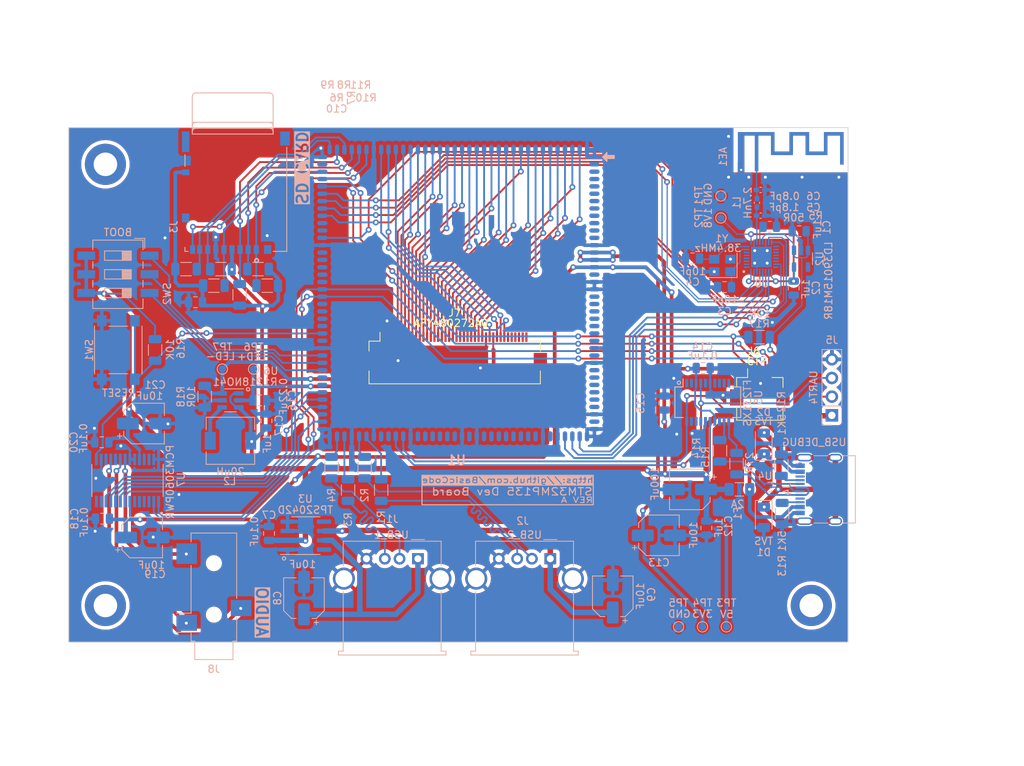
<source format=kicad_pcb>
(kicad_pcb (version 20221018) (generator pcbnew)

  (general
    (thickness 1.6)
  )

  (paper "A4")
  (title_block
    (title "STM32MP135 Dev Boart")
    (rev "A")
  )

  (layers
    (0 "F.Cu" signal)
    (31 "B.Cu" signal)
    (32 "B.Adhes" user "B.Adhesive")
    (33 "F.Adhes" user "F.Adhesive")
    (34 "B.Paste" user)
    (35 "F.Paste" user)
    (36 "B.SilkS" user "B.Silkscreen")
    (37 "F.SilkS" user "F.Silkscreen")
    (38 "B.Mask" user)
    (39 "F.Mask" user)
    (40 "Dwgs.User" user "User.Drawings")
    (41 "Cmts.User" user "User.Comments")
    (42 "Eco1.User" user "User.Eco1")
    (43 "Eco2.User" user "User.Eco2")
    (44 "Edge.Cuts" user)
    (45 "Margin" user)
    (46 "B.CrtYd" user "B.Courtyard")
    (47 "F.CrtYd" user "F.Courtyard")
    (48 "B.Fab" user)
    (49 "F.Fab" user)
    (50 "User.1" user)
    (51 "User.2" user)
    (52 "User.3" user)
    (53 "User.4" user)
    (54 "User.5" user)
    (55 "User.6" user)
    (56 "User.7" user)
    (57 "User.8" user)
    (58 "User.9" user)
  )

  (setup
    (pad_to_mask_clearance 0)
    (pcbplotparams
      (layerselection 0x00010fc_ffffffff)
      (plot_on_all_layers_selection 0x0000000_00000000)
      (disableapertmacros false)
      (usegerberextensions false)
      (usegerberattributes true)
      (usegerberadvancedattributes true)
      (creategerberjobfile true)
      (dashed_line_dash_ratio 12.000000)
      (dashed_line_gap_ratio 3.000000)
      (svgprecision 4)
      (plotframeref false)
      (viasonmask false)
      (mode 1)
      (useauxorigin false)
      (hpglpennumber 1)
      (hpglpenspeed 20)
      (hpglpendiameter 15.000000)
      (dxfpolygonmode true)
      (dxfimperialunits true)
      (dxfusepcbnewfont true)
      (psnegative false)
      (psa4output false)
      (plotreference true)
      (plotvalue true)
      (plotinvisibletext false)
      (sketchpadsonfab false)
      (subtractmaskfromsilk false)
      (outputformat 1)
      (mirror false)
      (drillshape 1)
      (scaleselection 1)
      (outputdirectory "")
    )
  )

  (net 0 "")
  (net 1 "Net-(AE1-Pad1)")
  (net 2 "GND")
  (net 3 "Net-(U8-XTAL_I)")
  (net 4 "Net-(U8-XTAL_O)")
  (net 5 "+3V3")
  (net 6 "+1V8")
  (net 7 "+5V")
  (net 8 "Net-(J1-VBUS)")
  (net 9 "Net-(J2-VBUS)")
  (net 10 "Vdrive")
  (net 11 "Net-(U8-RF_1)")
  (net 12 "Earth")
  (net 13 "Net-(D2-A1)")
  (net 14 "Net-(U8-RF_2)")
  (net 15 "unconnected-(U8-GPIO{slash}FEM_1-Pad1)")
  (net 16 "unconnected-(U8-GPIO{slash}FEM_2-Pad2)")
  (net 17 "unconnected-(U8-GPIO{slash}FEM_3-Pad3)")
  (net 18 "unconnected-(U8-GPIO{slash}FEM_4-Pad4)")
  (net 19 "unconnected-(U8-GPIO{slash}FEM_PDET-Pad5)")
  (net 20 "unconnected-(U8-RESERVE_2-Pad6)")
  (net 21 "WIFI_RST")
  (net 22 "WIFI_UP")
  (net 23 "unconnected-(U8-GPIO{slash}FEM_5-Pad17)")
  (net 24 "unconnected-(U8-GPIO{slash}FEM_6-Pad18)")
  (net 25 "unconnected-(U8-GPIO{slash}PTA_TX_CONF-Pad19)")
  (net 26 "unconnected-(U8-GPIO{slash}PTA_RF_ACT-Pad20)")
  (net 27 "unconnected-(U8-GPIO{slash}PTA_STATUS-Pad21)")
  (net 28 "unconnected-(U8-GPIO{slash}PTA_FREQ-Pad22)")
  (net 29 "LP_CLK")
  (net 30 "unconnected-(U8-GPIO{slash}WIRQ-Pad24)")
  (net 31 "SPI5_MOSI")
  (net 32 "SPI5_MISO")
  (net 33 "WIFI_IRQ")
  (net 34 "WIFI_CS")
  (net 35 "USB1_N")
  (net 36 "USB1_P")
  (net 37 "USB2_N")
  (net 38 "USB2_P")
  (net 39 "MMC1_D2")
  (net 40 "MMC1_D3")
  (net 41 "MMC1_CMD")
  (net 42 "MMC1_CK")
  (net 43 "MMC1_D0")
  (net 44 "MMC1_D1")
  (net 45 "unconnected-(J3-SHIELD-PadP1)")
  (net 46 "MMC1_DETECT")
  (net 47 "Net-(J4-CC1)")
  (net 48 "/Debug/USB_P")
  (net 49 "/Debug/USB_N")
  (net 50 "unconnected-(J4-SBU1-PadA8)")
  (net 51 "Net-(J4-CC2)")
  (net 52 "unconnected-(J4-SBU2-PadB8)")
  (net 53 "UART4_RX")
  (net 54 "UART4_TX")
  (net 55 "CTP_RESET")
  (net 56 "CTP_INT")
  (net 57 "I2C1_SCL")
  (net 58 "I2C1_SDA")
  (net 59 "LCD_R0")
  (net 60 "LCD_R1")
  (net 61 "LCD_R2")
  (net 62 "LCD_R3")
  (net 63 "LCD_R4")
  (net 64 "LCD_R5")
  (net 65 "LCD_R6")
  (net 66 "LCD_R7")
  (net 67 "LCD_G0")
  (net 68 "LCD_G1")
  (net 69 "LCD_G2")
  (net 70 "LCD_G3")
  (net 71 "LCD_G4")
  (net 72 "LCD_G5")
  (net 73 "LCD_G6")
  (net 74 "LCD_G7")
  (net 75 "LCD_B0")
  (net 76 "LCD_B1")
  (net 77 "LCD_B2")
  (net 78 "LCD_B3")
  (net 79 "LCD_B4")
  (net 80 "LCD_B5")
  (net 81 "LCD_B6")
  (net 82 "LCD_B7")
  (net 83 "LCD_CLK")
  (net 84 "LCD_H_SYNC")
  (net 85 "LCD_V_SYNC")
  (net 86 "LCD_DATA_EN")
  (net 87 "Net-(U7-VOUTR+)")
  (net 88 "Net-(U7-VOUTL+)")
  (net 89 "/Audio/VCOM")
  (net 90 "Net-(U6-Pin_4)")
  (net 91 "Net-(U5-USBDM)")
  (net 92 "Net-(U5-USBDP)")
  (net 93 "NRST")
  (net 94 "BOOT0")
  (net 95 "BOOT1")
  (net 96 "BOOT2")
  (net 97 "SPI5_SCK")
  (net 98 "UART5_RX")
  (net 99 "UART5_TX")
  (net 100 "SAI1_MCLK_B")
  (net 101 "SAI1_SD_B")
  (net 102 "SAI1_SCK_B")
  (net 103 "SAI1_FS_B")
  (net 104 "SWCLK")
  (net 105 "SWDIO")
  (net 106 "unconnected-(U3-~{OC2}-Pad5)")
  (net 107 "unconnected-(U3-~{OC1}-Pad8)")
  (net 108 "unconnected-(U5-~{DTR}-Pad1)")
  (net 109 "unconnected-(U5-~{RTS}-Pad2)")
  (net 110 "unconnected-(U5-~{RI}-Pad5)")
  (net 111 "unconnected-(U5-~{DSR}-Pad7)")
  (net 112 "unconnected-(U5-~{DCD}-Pad8)")
  (net 113 "unconnected-(U5-~{CTS}-Pad9)")
  (net 114 "unconnected-(U5-CBUS2-Pad10)")
  (net 115 "unconnected-(U5-3V3OUT-Pad13)")
  (net 116 "unconnected-(U5-CBUS1-Pad17)")
  (net 117 "unconnected-(U5-CBUS0-Pad18)")
  (net 118 "unconnected-(U5-CBUS3-Pad19)")
  (net 119 "unconnected-(U7-DOUT-Pad3)")
  (net 120 "unconnected-(U7-LRCK1-Pad4)")
  (net 121 "unconnected-(U7-BCK1-Pad5)")
  (net 122 "unconnected-(U7-SCKI1-Pad6)")
  (net 123 "unconnected-(U7-ZEROR-Pad13)")
  (net 124 "unconnected-(U7-ZEROL-Pad14)")
  (net 125 "unconnected-(U7-VOUTR--Pad17)")
  (net 126 "unconnected-(U7-VOUTL--Pad19)")
  (net 127 "unconnected-(U7-VINL-Pad25)")
  (net 128 "unconnected-(U7-VINR-Pad26)")
  (net 129 "Net-(J7-Pin_1)")
  (net 130 "unconnected-(J7-Pin_35-Pad35)")
  (net 131 "unconnected-(J7-Pin_36-Pad36)")
  (net 132 "unconnected-(J7-Pin_37-Pad37)")
  (net 133 "unconnected-(J7-Pin_38-Pad38)")
  (net 134 "unconnected-(J7-Pin_39-Pad39)")
  (net 135 "unconnected-(J7-Pin_40-Pad40)")
  (net 136 "Net-(U1-USB_D2_P)")
  (net 137 "Net-(U1-USB_D2_N)")
  (net 138 "Net-(U1-USB_D1_P)")
  (net 139 "Net-(U1-USB_D1_N)")
  (net 140 "unconnected-(U1-NC-Pad111)")
  (net 141 "unconnected-(U1-PI2-Pad103)")
  (net 142 "unconnected-(U1-PI3-Pad102)")
  (net 143 "unconnected-(U1-PH5-Pad99)")
  (net 144 "unconnected-(U1-PH4-Pad98)")
  (net 145 "unconnected-(U1-PI7-Pad97)")
  (net 146 "unconnected-(U1-FDCAN2_RX-Pad96)")
  (net 147 "unconnected-(U1-FDCAN2_TX-Pad95)")
  (net 148 "unconnected-(U1-ADC1_INP2-Pad92)")
  (net 149 "unconnected-(U1-ADC1_INP8-Pad91)")
  (net 150 "unconnected-(U1-PWM1-Pad90)")
  (net 151 "unconnected-(U1-PWM2-Pad89)")
  (net 152 "unconnected-(U1-PI1-Pad87)")
  (net 153 "unconnected-(U1-I2S1_SDI-Pad77)")
  (net 154 "unconnected-(U1-NC-Pad62)")
  (net 155 "unconnected-(U1-ETH1_TXD3-Pad61)")
  (net 156 "unconnected-(U1-ETH1_TXCTL-Pad60)")
  (net 157 "unconnected-(U1-ETH1_TXD0-Pad59)")
  (net 158 "unconnected-(U1-ETH1_TXD2-Pad58)")
  (net 159 "unconnected-(U1-ETH1_TXD1-Pad57)")
  (net 160 "unconnected-(U1-ETH1_TXC-Pad55)")
  (net 161 "unconnected-(U1-ETH1_RXD0-Pad53)")
  (net 162 "unconnected-(U1-ETH1_RXCTL-Pad52)")
  (net 163 "unconnected-(U1-ETH1_RXD3-Pad51)")
  (net 164 "unconnected-(U1-ETH1_RXD1-Pad50)")
  (net 165 "unconnected-(U1-ETH1_RXD2-Pad49)")
  (net 166 "unconnected-(U1-ETH1_RXC-Pad48)")
  (net 167 "unconnected-(U1-ETH1_MDIO-Pad47)")
  (net 168 "unconnected-(U1-ETH1_MDC-Pad46)")
  (net 169 "unconnected-(U1-ETH1_CLK125-Pad44)")
  (net 170 "unconnected-(U1-ETH2_CLK125-Pad37)")
  (net 171 "unconnected-(U1-ETH2_RXD1-Pad35)")
  (net 172 "unconnected-(U1-ETH2_RXD0-Pad34)")
  (net 173 "unconnected-(U1-ETH2_RXD3-Pad33)")
  (net 174 "unconnected-(U1-ETH2_RXD2-Pad32)")
  (net 175 "unconnected-(U1-ETH2_RXC-Pad31)")
  (net 176 "unconnected-(U1-ETH2_RXCTL-Pad30)")
  (net 177 "unconnected-(U1-ETH2_TXC-Pad28)")
  (net 178 "unconnected-(U1-ETH2_TXD0-Pad26)")
  (net 179 "unconnected-(U1-ETH2_TXD1-Pad25)")
  (net 180 "unconnected-(U1-ETH2_TXD2-Pad24)")
  (net 181 "unconnected-(U1-ETH2_TXD3-Pad23)")
  (net 182 "unconnected-(U1-ETH2_TXCTL-Pad22)")
  (net 183 "unconnected-(U1-ETH2_MDC-Pad21)")
  (net 184 "unconnected-(U1-ETH2_MDIO-Pad20)")
  (net 185 "unconnected-(U1-VBAT-Pad17)")
  (net 186 "unconnected-(U1-DCMIPP_HS-Pad12)")
  (net 187 "unconnected-(U1-DCMIPP_VS-Pad11)")
  (net 188 "unconnected-(U1-DCMIPP_PIXCLK-Pad10)")
  (net 189 "unconnected-(U1-DCMIPP_D3-Pad9)")
  (net 190 "unconnected-(U1-DCMIPP_D6-Pad8)")
  (net 191 "unconnected-(U1-DCMIPP_D2-Pad7)")
  (net 192 "unconnected-(U1-DCMIPP_D7-Pad6)")
  (net 193 "unconnected-(U1-DCMIPP_D5-Pad5)")
  (net 194 "unconnected-(U1-DCMIPP_D1-Pad4)")
  (net 195 "unconnected-(U1-DCMIPP_D4-Pad3)")
  (net 196 "unconnected-(U1-DCMIPP_D0-Pad2)")
  (net 197 "unconnected-(U2-NC-Pad4)")

  (footprint "MountingHole:MountingHole_3.2mm_M3_DIN965_Pad" (layer "F.Cu") (at 25 85))

  (footprint "MountingHole:MountingHole_3.2mm_M3_DIN965_Pad" (layer "F.Cu") (at 121 85))

  (footprint "Connector_FFC-FPC:Hirose_FH12-40S-0.5SH_1x40-1MP_P0.50mm_Horizontal" (layer "F.Cu") (at 72.5 50.35))

  (footprint "MountingHole:MountingHole_3.2mm_M3_DIN965_Pad" (layer "F.Cu") (at 25 25))

  (footprint "Connector_FFC-FPC:Hirose_FH12-6S-0.5SH_1x06-1MP_P0.50mm_Horizontal" (layer "F.Cu") (at 114 55.3))

  (footprint "Connector_USB:USB_C_Receptacle_G-Switch_GT-USB-7010ASV" (layer "B.Cu") (at 123.205 69.21 -90))

  (footprint "Resistor_SMD:R_1206_3216Metric" (layer "B.Cu") (at 108.5875 63.96 90))

  (footprint "TestPoint:TestPoint_Pad_D1.0mm" (layer "B.Cu") (at 102.95 87.9 180))

  (footprint "Connector_USB:USB_A_Molex_67643_Horizontal" (layer "B.Cu") (at 85.5 78.64 180))

  (footprint "Capacitor_SMD:C_0805_2012Metric" (layer "B.Cu") (at 101.03 57.46 90))

  (footprint "Capacitor_SMD:C_0402_1005Metric_Pad0.74x0.62mm_HandSolder" (layer "B.Cu") (at 114.11 28.4825))

  (footprint "Resistor_SMD:R_1206_3216Metric" (layer "B.Cu") (at 43.25 42.75 90))

  (footprint "Capacitor_SMD:CP_Elec_5x5.3" (layer "B.Cu") (at 94 83.75 90))

  (footprint "Capacitor_SMD:C_0805_2012Metric" (layer "B.Cu") (at 24.6 73.2 180))

  (footprint "Inductor_SMD:L_0402_1005Metric_Pad0.77x0.64mm_HandSolder" (layer "B.Cu") (at 113.61 30.2325 90))

  (footprint "TestPoint:TestPoint_Pad_D1.0mm" (layer "B.Cu") (at 106.2 87.9 180))

  (footprint "TestPoint:TestPoint_Pad_D1.0mm" (layer "B.Cu") (at 109.45 87.9 180))

  (footprint "Resistor_SMD:R_1206_3216Metric" (layer "B.Cu") (at 47 41.5 180))

  (footprint "Button_Switch_SMD:SW_DIP_SPSTx03_Slide_6.7x9.18mm_W8.61mm_P2.54mm_LowProfile" (layer "B.Cu") (at 26.695 39.96 180))

  (footprint "Resistor_SMD:R_1206_3216Metric" (layer "B.Cu") (at 60.25 66.25 -90))

  (footprint "Capacitor_SMD:C_0805_2012Metric" (layer "B.Cu") (at 104.85 37.8))

  (footprint "Connector_USB:USB_A_Molex_67643_Horizontal" (layer "B.Cu") (at 67.5 78.64 180))

  (footprint "Resistor_SMD:R_1206_3216Metric" (layer "B.Cu") (at 40.7125 39.25 180))

  (footprint "Capacitor_SMD:C_0805_2012Metric" (layer "B.Cu") (at 46 57.1))

  (footprint "STM32MP135_Dev_Board:HRS_DM3AT-SF-PEJM5" (layer "B.Cu") (at 42.3125 36.5875))

  (footprint "Resistor_SMD:R_1206_3216Metric" (layer "B.Cu") (at 113.9 48.5 180))

  (footprint "Capacitor_SMD:C_0805_2012Metric" (layer "B.Cu") (at 106.73 74.46 -90))

  (footprint "Resistor_SMD:R_1206_3216Metric" (layer "B.Cu") (at 116.93 65.91 90))

  (footprint "Capacitor_SMD:C_0805_2012Metric" (layer "B.Cu") (at 109.2 41.7 180))

  (footprint "Capacitor_SMD:C_0805_2012Metric" (layer "B.Cu") (at 47.25 75.2 90))

  (footprint "Fuse:Fuse_1206_3216Metric" (layer "B.Cu") (at 111.23 69.21 180))

  (footprint "Capacitor_SMD:C_0805_2012Metric" (layer "B.Cu") (at 24.5 62.8 180))

  (footprint "TestPoint:TestPoint_Pad_D1.0mm" (layer "B.Cu") (at 45.15 52.85 180))

  (footprint "Resistor_SMD:R_1206_3216Metric" (layer "B.Cu") (at 45.75 39.25 180))

  (footprint "Inductor_SMD:L_6.3x6.3_H3" (layer "B.Cu") (at 42 62.6 180))

  (footprint "Resistor_SMD:R_0805_2012Metric" (layer "B.Cu") (at 115.35 33.5))

  (footprint "Capacitor_SMD:CP_Elec_5x5.3" (layer "B.Cu") (at 30 75.75))

  (footprint "Capacitor_SMD:C_0402_1005Metric_Pad0.74x0.62mm_HandSolder" (layer "B.Cu") (at 114.11 31.9825))

  (footprint "Package_SO:SSOP-20_3.9x8.7mm_P0.635mm" (layer "B.Cu")
    (tstamp 68a7b956-31ff-47b2-be3c-09a145c93ca1)
    (at 106.9225 57.36 -90)
    (descr "SSOP20: plastic shrink small outline package; 24 leads; body width 3.9 mm; lead pitch 0.635; (see http://www.ftdichip.com/Support/Documents/DataSheets/ICs/DS_FT231X.pdf)")
    (tags "SSOP 0.635")
    (property "Sheetfile" "debug.kicad_sch")
    (property "Sheetname" "Debug")
    (property "ki_description" "Full Speed USB to Full Handshake UART, SSOP-20")
    (property "ki_keywords" "FTDI USB UART interface converter")
    (path "/920c48a3-1cc1-4cf1-a3f1-9e0fcbf1330a/0fff9102-6fc7-4c42-bd46-d64064674a38")
    (attr smd)
    (fp_text reference "U5" (at -0.65 -6.8925 90) (layer "B.SilkS")
        (effects (font (size 1 1) (thickness 0.15)) (justify mirror))
      (tstamp be792411-ba67-4c65-9f26-e20be68cb141)
    )
    (fp_text value "FT231XS" (at 0.1 -5.3925 90) (layer "B.SilkS")
        (effects (font (size 1 1) (thickness 0.15)) (justify mirror))
      (tstamp 80ef9e9a-43e3-4a5a-b399-3bfe87c0a210)
    )
    (fp_text user "${REFERENCE}" (at 0 0 90) (layer "B.Fab")
        (effects (font (size 0.8 0.8) (thickness 0.15)) (justify mirror))
      (tstamp 40b07bb7-ab64-4ed4-9adb-927f4db9b824)
    )
    (fp_line (start -2.075 -4.475) (end -2.075 -3.365)
      (stroke (width 0.15) (type solid)) (layer "B.SilkS") (tstamp ea22032e-a165-43ca-aa23-308ef94c69d9))
    (fp_line (start -2.075 -4.475) (end 2.075 -4.475)
      (stroke (width 0.15) (type solid)) (layer "B.SilkS") (tstamp a49139bf-02b4-4180-b6c8-9b7085911912))
    (fp_line (start -2.075 3.365) (end -3.2 3.365)
      (stroke (width 0.15) (type solid)) (layer "B.SilkS") (tstamp c9352197-79f5-4bbd-8e3f-100e5d45cd4d))
    (fp_line (start -2.075 3.365) (end -2.075 4.475)
      (stroke (width 0.15) (type solid)) (layer "B.SilkS") (tstamp 3b0142b1-cc42-47ac-952e-30e0fb91591e))
    (fp_line (start -2.075 4.475) (end 2.075 4.475)
      (stroke (width 0.15) (type solid)) (layer "B.SilkS") (tstamp 90587fba-68e7-4b47-a097-e8e391da9728))
    (fp_line (start 2.075 -4.475) (end 2.075 -3.365)
      (stroke (width 0.15) (type solid)) (layer "B.SilkS") (tstamp 31d2181e-a17f-44c7-aeb9-74bc4d542337))
    (fp_line (start 2.075 4.475) (end 2.075 3.365)
      (stroke (width 0.15) (type solid)) (layer "B.SilkS") (tstamp d42d16e5-e25a-4a12-8d5b-68f2fecfd546))
    (fp_line (start -3.45 -4.65) (end 3.45 -4.65)
      (stroke (width 0.05) (type solid)) (layer "B.CrtYd") (tstamp f7d05b00-bbd9-42b2-88a1-73b8518c63fd))
    (fp_line (start -3.45 4.65) (end -3.45 -4.65)
      (stroke (width 0.05) (type solid)) (layer "B.CrtYd") (tstamp bd738afe-9f70-4397-8d44-23ee80b3ae8f))
    (fp_line (start -3.45 4.65) (end 3.45 4.65)
      (stroke (width 0.05) (type solid)) (layer "B.CrtYd") (tstamp 32f83edb-46a4-4ca3-8d56-6f199093dcdb))
    (fp_line (start 3.45 4.65) (end 3.45 -4.65)
      (stroke (width 0.05) (type solid)) (layer "B.CrtYd") (tstamp 69bedc47-f4e7-4cc6-934a-8c506d45135f))
    (fp_line (start -1.95 -4.35) (end -1.95 3.35)
      (stroke (width 0.15) (type solid)) (layer "B.Fab") (tstamp 7a163205-963a-428f-97ce-bf7a7c303153))
    (fp_line (start -1.95 3.35) (end -0.95 4.35)
      (stroke (width 0.15) (type solid)) (layer "B.Fab") (tstamp 6bf3b39d-c8ca-40eb-87b9-588a7d0f6e22))
    (fp_line (start -0.95 4.35) (end 1.95 4.35)
      (stroke (width 0.15) (type solid)) (layer "B.Fab") (tstamp 94f75758-7fab-473f-a9ba-764a910d9ec9))
    (fp_line (start 1.95 -4.35) (end -1.95 -4.35)
      (stroke (width 0.15) (type solid)) (layer "B.Fab") (tstamp 2bdf2144-1b9d-4bf7-92c7-e452c43cae0e))
    (fp_line (start 1.95 4.35) (end 1.95 -4.35)
      (stroke (width 0.15) (type solid)) (layer "B.Fab") (tstamp 3a9b8cb2-b031-4dc9-add5-6ccd77beaba3))
    (pad "1" smd rect (at -2.6 2.8575 270) (size 1.2 0.4) (layers "B.Cu" "B.Paste" "B.Mask")
      (net 108 "unconnected-(U5-~{DTR}-Pad1)") (pinfunction "~{DTR}") (pintype "output+no_connect") (tstamp dadf7be5-2287-4c1a-b089-56796ea1bd84))
    (pad "2" smd rect (at -2.6 2.2225 270) (size 1.2 0.4) (layers "B.Cu" "B.Paste" "B.Mask")
      (net 109 "unconnected-(U5-~{RTS}-Pad2)") (pinfunction "~{RTS}") (pintype "output+no_connect") (tstamp 3be004e4-5603-4e27-a71b-409b0c41ad79))
    (pad "3" smd rect (at -2.6 1.5875 270) (size 1.2 0.4) (layers "B.Cu" "B.Paste" "B.Mask")
      (net 5 "+3V3") (pinfunction "VCCIO") (pintype "power_in") (tstamp 099a76ca-96d6-4d9b-9533-05738b7cae8e))
    (pad "4" smd rect (at -2.6 0.9525 270) (size 1.2 0.4) (layers "B.Cu" "B.Paste" "B.Mask")
      (net 54 "UART4_TX") (pinfunction "RXD") (pintype "input") (tstamp 17f2d7e0-324e-4051-961a-62e194d263ca))
    (pad "5" smd rect (at -2.6 0.3175 270) (size 1.2 0.4) (layers "B.Cu" "B.Paste" "B.Mask")
      (net 110 "unconnected-(U5-~{RI}-Pad5)") (pinfunction "~{RI}") (pintype "input+no_connect") (tstamp 038b3a7a-88c3-414c-9f40-9f2096a7d156))
    (pad "6" smd rect (at -2.6 -0.3175 270) (size 1.2 0.4) (layers "B.Cu" "B.Paste" "B.Mask")
      (net 2 "GND") (pinfunction "GND") (pintype "power_in") (tstamp 7ea01a95-54d6-4c8e-8a8b-138e35249bf3))
    (pad "7" smd rect (at -2.6 -0.9525 270) (size 1.2 0.4) (layers "B.Cu" "B.Paste" "B.Mask")
      (net 111 "unconnected-(U5-~{DSR}-Pad7)") (pinfunction "~{DSR}") (pintype "input+no_connect") (tstamp a261c691-e807-4472-975c-3bbfde6d63ad))
    (pad "8" smd rect (at -2.6 -1.5875 270) (size 1.2 0.4) (layers "B.Cu" "B.Paste" "B.Mask")
      (net 112 "unconnected-(U5-~{DCD}-Pad8)") (pinfunction "~{DCD}") (pintype "input+no_connect") (tstamp b22fa52e-0a2c-4f24-9fac-6375efbedf4d))
    (pad "9" smd rect (at -2.6 -2.2225 270) (size 1.2 0.4) (layers "B.Cu" "B.Paste" "B.Mask")
      (net 113 "unconnected-(U5-~{CTS}-Pad9)") (pinfunction "~{CTS}") (pintype "input+no_connect") (tstamp fb42c30d-9378-4427-9a6c-b303c79d6185))
    (pad "10" smd rect (at -2.6 -2.8575 270) (size 1.2 0.4) (layers "B.Cu" "B.Paste" "B.Mask")
      (net 114 "unconnected-(U5-CBUS2-Pad10)") (pinfunction "CBUS2") (pintype "bidirectional+no_connect") (tstamp 281339c9-6fb0-49c5-b530-c096bb479e06))
    (pad "11" smd rect (at 2.6 -2.8575 270) (size 1.2 0.4) (layers "B.Cu" "B.Paste" "B.Mask")
      (net 92 "Net-(U5-USBDP)") (pinfunction "USBDP") (pintype "bidirectional") (tstamp a85780a7-d30e-4722-b56e-4196b96f6e9f))
    (pad "12" smd rect (at 2.6 -2.2225 270) (size 1.2 0.4) (layers "B.Cu" "B.Paste" "B.Mask")
      (net 91 "Net-(U5-USBDM)") (pinfunction "USBDM") (pintype "bidirectional") (tstamp ab37b5d1-044a-4317-b6ca-4fa175fecdb1))
    (pad "13" smd rect (at 2.6 -1.5875 270) (size 1.2 0.4) (layers "B.Cu" "B.Paste" "B.Mask")
      (net 115 "unconnected-(U5-3V3OUT-Pad13)") (pinfunction "3V3OUT") (pintype "power_out+no_connect") (tstamp d8447c90-b694-4cca-9df3-2be78d414418))
    (pad "14" smd rect (at 2.6 -0.9525 270) (size 1.2 0.4) (layers "B.Cu" "B.Paste" "B.Mask")
      (net 5 "+3V3") (pinfunction "~{RESET}") (pintype "input") (tstamp c61e9add-ccb9-4c30-83ce-a8d9f7def11d))
    (pad "15" smd rect (at 2.6 -0.3175 270) (size 1.2 0.4) (layers "B.Cu" "B.Paste" "B.Mask")
      (net 7 "+5V") (pinfunction "VCC") (pintype "power_in") (tstamp bce65a12-a8e5-48cf-ba44-d9a134ed4f36))
    (pad "16" smd rect (at 2.6 0.3175 270) (size 1.2 0.4) (layers "B.Cu" "B.Paste" "B.Mask")
      (net 2 "GND") (pinfunction "GND") (pintype "power_in") (tstamp 4d63b113-ea86-4fdc-a242-38f101f7ce55))
    (pad "17" smd rect (at 2.6 0.9525 270) (size 1.2 0.4) (l
... [983201 chars truncated]
</source>
